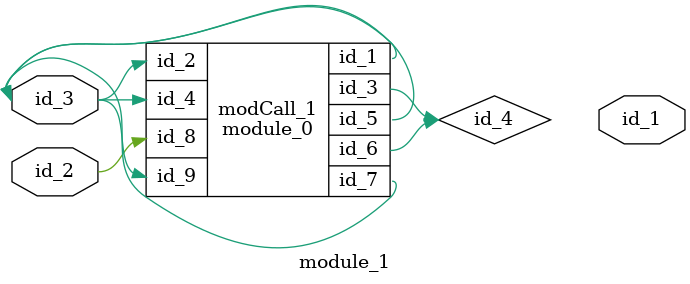
<source format=v>
module module_0 (
    id_1,
    id_2,
    id_3,
    id_4,
    id_5,
    id_6,
    id_7,
    id_8,
    id_9
);
  input wire id_9;
  input wire id_8;
  inout wire id_7;
  inout wire id_6;
  output wire id_5;
  input wire id_4;
  inout wire id_3;
  input wire id_2;
  inout wire id_1;
  wire id_10;
endmodule
module module_1 (
    id_1,
    id_2,
    id_3
);
  inout wire id_3;
  inout wire id_2;
  output wire id_1;
  wire id_4;
  module_0 modCall_1 (
      id_3,
      id_3,
      id_4,
      id_3,
      id_3,
      id_4,
      id_3,
      id_2,
      id_3
  );
endmodule

</source>
